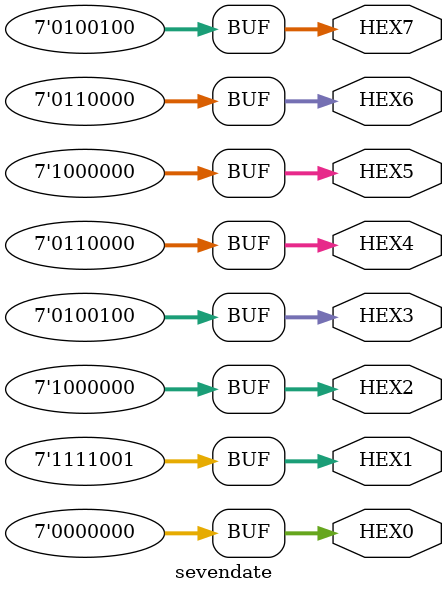
<source format=v>
module sevendate(HEX0, HEX1, HEX2, HEX3, HEX4, HEX5, HEX6, HEX7);//23.03.2018

output [6:0] HEX0, HEX1, HEX2, HEX3, HEX4, HEX5, HEX6, HEX7;

assign HEX0 = 7 'b0000000;
assign HEX1 = 7 'b1111001;
assign HEX2 = 7 'b1000000;
assign HEX3 = 7 'b0100100;
assign HEX4 = 7 'b0110000;
assign HEX5 = 7 'b1000000;
assign HEX6 = 7 'b0110000;
assign HEX7 = 7 'b0100100;
endmodule //7:48 PM 30-Mar-18
</source>
